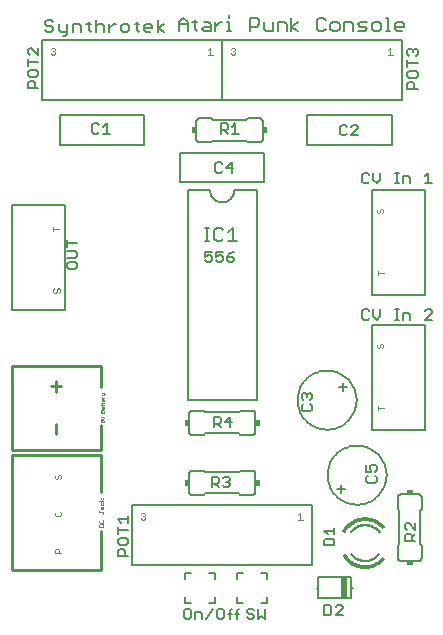
<source format=gto>
G75*
G70*
%OFA0B0*%
%FSLAX24Y24*%
%IPPOS*%
%LPD*%
%AMOC8*
5,1,8,0,0,1.08239X$1,22.5*
%
%ADD10C,0.0060*%
%ADD11C,0.0080*%
%ADD12C,0.0050*%
%ADD13C,0.0010*%
%ADD14R,0.0200X0.0150*%
%ADD15R,0.0150X0.0200*%
%ADD16C,0.0020*%
%ADD17C,0.0100*%
%ADD18C,0.0030*%
%ADD19R,0.0200X0.0700*%
D10*
X003961Y002488D02*
X003961Y002658D01*
X004018Y002715D01*
X004131Y002715D01*
X004188Y002658D01*
X004188Y002488D01*
X004301Y002488D02*
X003961Y002488D01*
X004018Y002856D02*
X003961Y002913D01*
X003961Y003027D01*
X004018Y003083D01*
X004245Y003083D01*
X004301Y003027D01*
X004301Y002913D01*
X004245Y002856D01*
X004018Y002856D01*
X003961Y003225D02*
X003961Y003452D01*
X003961Y003338D02*
X004301Y003338D01*
X004301Y003593D02*
X004301Y003820D01*
X004301Y003707D02*
X003961Y003707D01*
X004075Y003593D01*
X006181Y001931D02*
X006181Y001731D01*
X006181Y001931D02*
X006381Y001931D01*
X006981Y001931D02*
X007181Y001931D01*
X007181Y001731D01*
X007181Y001131D02*
X007181Y000931D01*
X006981Y000931D01*
X006381Y000931D02*
X006181Y000931D01*
X006181Y001131D01*
X007931Y001131D02*
X007931Y000931D01*
X008131Y000931D01*
X008731Y000931D02*
X008931Y000931D01*
X008931Y001131D01*
X008931Y001731D02*
X008931Y001931D01*
X008731Y001931D01*
X008131Y001931D02*
X007931Y001931D01*
X007931Y001731D01*
X008038Y004531D02*
X008438Y004531D01*
X008455Y004533D01*
X008472Y004537D01*
X008488Y004544D01*
X008502Y004554D01*
X008515Y004567D01*
X008525Y004581D01*
X008532Y004597D01*
X008536Y004614D01*
X008538Y004631D01*
X008538Y005231D01*
X008536Y005248D01*
X008532Y005265D01*
X008525Y005281D01*
X008515Y005295D01*
X008502Y005308D01*
X008488Y005318D01*
X008472Y005325D01*
X008455Y005329D01*
X008438Y005331D01*
X008038Y005331D01*
X007988Y005281D01*
X006875Y005281D01*
X006825Y005331D01*
X006425Y005331D01*
X006408Y005329D01*
X006391Y005325D01*
X006375Y005318D01*
X006361Y005308D01*
X006348Y005295D01*
X006338Y005281D01*
X006331Y005265D01*
X006327Y005248D01*
X006325Y005231D01*
X006325Y004631D01*
X006327Y004614D01*
X006331Y004597D01*
X006338Y004581D01*
X006348Y004567D01*
X006361Y004554D01*
X006375Y004544D01*
X006391Y004537D01*
X006408Y004533D01*
X006425Y004531D01*
X006825Y004531D01*
X006875Y004581D01*
X007988Y004581D01*
X008038Y004531D01*
X007682Y004843D02*
X007682Y004900D01*
X007625Y004957D01*
X007568Y004957D01*
X007625Y004957D02*
X007682Y005013D01*
X007682Y005070D01*
X007625Y005127D01*
X007511Y005127D01*
X007455Y005070D01*
X007313Y005070D02*
X007313Y004957D01*
X007257Y004900D01*
X007086Y004900D01*
X007086Y004786D02*
X007086Y005127D01*
X007257Y005127D01*
X007313Y005070D01*
X007200Y004900D02*
X007313Y004786D01*
X007455Y004843D02*
X007511Y004786D01*
X007625Y004786D01*
X007682Y004843D01*
X008038Y006531D02*
X008438Y006531D01*
X008455Y006533D01*
X008472Y006537D01*
X008488Y006544D01*
X008502Y006554D01*
X008515Y006567D01*
X008525Y006581D01*
X008532Y006597D01*
X008536Y006614D01*
X008538Y006631D01*
X008538Y007231D01*
X008536Y007248D01*
X008532Y007265D01*
X008525Y007281D01*
X008515Y007295D01*
X008502Y007308D01*
X008488Y007318D01*
X008472Y007325D01*
X008455Y007329D01*
X008438Y007331D01*
X008038Y007331D01*
X007988Y007281D01*
X006875Y007281D01*
X006825Y007331D01*
X006425Y007331D01*
X006408Y007329D01*
X006391Y007325D01*
X006375Y007318D01*
X006361Y007308D01*
X006348Y007295D01*
X006338Y007281D01*
X006331Y007265D01*
X006327Y007248D01*
X006325Y007231D01*
X006325Y006631D01*
X006327Y006614D01*
X006331Y006597D01*
X006338Y006581D01*
X006348Y006567D01*
X006361Y006554D01*
X006375Y006544D01*
X006391Y006537D01*
X006408Y006533D01*
X006425Y006531D01*
X006825Y006531D01*
X006875Y006581D01*
X007988Y006581D01*
X008038Y006531D01*
X007700Y006786D02*
X007700Y007127D01*
X007530Y006957D01*
X007757Y006957D01*
X007388Y006957D02*
X007332Y006900D01*
X007161Y006900D01*
X007161Y006786D02*
X007161Y007127D01*
X007332Y007127D01*
X007388Y007070D01*
X007388Y006957D01*
X007275Y006900D02*
X007388Y006786D01*
X006281Y007681D02*
X008581Y007681D01*
X008581Y014681D01*
X007831Y014681D01*
X007829Y014642D01*
X007823Y014603D01*
X007814Y014565D01*
X007801Y014528D01*
X007784Y014492D01*
X007764Y014459D01*
X007740Y014427D01*
X007714Y014398D01*
X007685Y014372D01*
X007653Y014348D01*
X007620Y014328D01*
X007584Y014311D01*
X007547Y014298D01*
X007509Y014289D01*
X007470Y014283D01*
X007431Y014281D01*
X007392Y014283D01*
X007353Y014289D01*
X007315Y014298D01*
X007278Y014311D01*
X007242Y014328D01*
X007209Y014348D01*
X007177Y014372D01*
X007148Y014398D01*
X007122Y014427D01*
X007098Y014459D01*
X007078Y014492D01*
X007061Y014528D01*
X007048Y014565D01*
X007039Y014603D01*
X007033Y014642D01*
X007031Y014681D01*
X006281Y014681D01*
X006281Y007681D01*
X002545Y012061D02*
X002601Y012118D01*
X002601Y012232D01*
X002545Y012288D01*
X002318Y012288D01*
X002261Y012232D01*
X002261Y012118D01*
X002318Y012061D01*
X002545Y012061D01*
X002545Y012430D02*
X002261Y012430D01*
X002261Y012657D02*
X002545Y012657D01*
X002601Y012600D01*
X002601Y012486D01*
X002545Y012430D01*
X002261Y012798D02*
X002261Y013025D01*
X002261Y012911D02*
X002601Y012911D01*
X002021Y016193D02*
X002021Y017170D01*
X004842Y017170D01*
X004842Y016193D01*
X002021Y016193D01*
X003100Y016618D02*
X003156Y016561D01*
X003270Y016561D01*
X003327Y016618D01*
X003468Y016561D02*
X003695Y016561D01*
X003582Y016561D02*
X003582Y016902D01*
X003468Y016788D01*
X003327Y016845D02*
X003270Y016902D01*
X003156Y016902D01*
X003100Y016845D01*
X003100Y016618D01*
X001301Y018088D02*
X000961Y018088D01*
X000961Y018258D01*
X001018Y018315D01*
X001131Y018315D01*
X001188Y018258D01*
X001188Y018088D01*
X001245Y018456D02*
X001018Y018456D01*
X000961Y018513D01*
X000961Y018627D01*
X001018Y018683D01*
X001245Y018683D01*
X001301Y018627D01*
X001301Y018513D01*
X001245Y018456D01*
X000961Y018825D02*
X000961Y019052D01*
X000961Y018938D02*
X001301Y018938D01*
X001301Y019193D02*
X001075Y019420D01*
X001018Y019420D01*
X000961Y019363D01*
X000961Y019250D01*
X001018Y019193D01*
X001301Y019193D02*
X001301Y019420D01*
X006021Y015920D02*
X006021Y014943D01*
X008842Y014943D01*
X008842Y015920D01*
X006021Y015920D01*
X006575Y016381D02*
X006575Y016981D01*
X006577Y016998D01*
X006581Y017015D01*
X006588Y017031D01*
X006598Y017045D01*
X006611Y017058D01*
X006625Y017068D01*
X006641Y017075D01*
X006658Y017079D01*
X006675Y017081D01*
X007075Y017081D01*
X007125Y017031D01*
X008238Y017031D01*
X008288Y017081D01*
X008688Y017081D01*
X008705Y017079D01*
X008722Y017075D01*
X008738Y017068D01*
X008752Y017058D01*
X008765Y017045D01*
X008775Y017031D01*
X008782Y017015D01*
X008786Y016998D01*
X008788Y016981D01*
X008788Y016381D01*
X008786Y016364D01*
X008782Y016347D01*
X008775Y016331D01*
X008765Y016317D01*
X008752Y016304D01*
X008738Y016294D01*
X008722Y016287D01*
X008705Y016283D01*
X008688Y016281D01*
X008288Y016281D01*
X008238Y016331D01*
X007125Y016331D01*
X007075Y016281D01*
X006675Y016281D01*
X006658Y016283D01*
X006641Y016287D01*
X006625Y016294D01*
X006611Y016304D01*
X006598Y016317D01*
X006588Y016331D01*
X006581Y016347D01*
X006577Y016364D01*
X006575Y016381D01*
X007386Y016561D02*
X007386Y016902D01*
X007557Y016902D01*
X007613Y016845D01*
X007613Y016732D01*
X007557Y016675D01*
X007386Y016675D01*
X007500Y016675D02*
X007613Y016561D01*
X007755Y016561D02*
X007982Y016561D01*
X007868Y016561D02*
X007868Y016902D01*
X007755Y016788D01*
X010271Y017170D02*
X010271Y016193D01*
X013092Y016193D01*
X013092Y017170D01*
X010271Y017170D01*
X011361Y016795D02*
X011361Y016568D01*
X011418Y016511D01*
X011532Y016511D01*
X011588Y016568D01*
X011730Y016511D02*
X011957Y016738D01*
X011957Y016795D01*
X011900Y016852D01*
X011786Y016852D01*
X011730Y016795D01*
X011588Y016795D02*
X011532Y016852D01*
X011418Y016852D01*
X011361Y016795D01*
X011730Y016511D02*
X011957Y016511D01*
X013611Y018061D02*
X013611Y018232D01*
X013668Y018288D01*
X013781Y018288D01*
X013838Y018232D01*
X013838Y018061D01*
X013951Y018061D02*
X013611Y018061D01*
X013668Y018430D02*
X013895Y018430D01*
X013951Y018486D01*
X013951Y018600D01*
X013895Y018657D01*
X013668Y018657D01*
X013611Y018600D01*
X013611Y018486D01*
X013668Y018430D01*
X013611Y018798D02*
X013611Y019025D01*
X013611Y018911D02*
X013951Y018911D01*
X013895Y019166D02*
X013951Y019223D01*
X013951Y019336D01*
X013895Y019393D01*
X013838Y019393D01*
X013781Y019336D01*
X013781Y019280D01*
X013781Y019336D02*
X013725Y019393D01*
X013668Y019393D01*
X013611Y019336D01*
X013611Y019223D01*
X013668Y019166D01*
X011471Y008261D02*
X011471Y008001D01*
X011591Y008131D02*
X011341Y008131D01*
X009947Y007681D02*
X009949Y007743D01*
X009955Y007806D01*
X009965Y007867D01*
X009979Y007928D01*
X009996Y007988D01*
X010017Y008047D01*
X010043Y008104D01*
X010071Y008159D01*
X010103Y008213D01*
X010139Y008264D01*
X010177Y008314D01*
X010219Y008360D01*
X010263Y008404D01*
X010311Y008445D01*
X010360Y008483D01*
X010412Y008517D01*
X010466Y008548D01*
X010522Y008576D01*
X010580Y008600D01*
X010639Y008621D01*
X010699Y008637D01*
X010760Y008650D01*
X010822Y008659D01*
X010884Y008664D01*
X010947Y008665D01*
X011009Y008662D01*
X011071Y008655D01*
X011133Y008644D01*
X011193Y008629D01*
X011253Y008611D01*
X011311Y008589D01*
X011368Y008563D01*
X011423Y008533D01*
X011476Y008500D01*
X011527Y008464D01*
X011575Y008425D01*
X011621Y008382D01*
X011664Y008337D01*
X011704Y008289D01*
X011741Y008239D01*
X011775Y008186D01*
X011806Y008132D01*
X011832Y008076D01*
X011856Y008018D01*
X011875Y007958D01*
X011891Y007898D01*
X011903Y007836D01*
X011911Y007775D01*
X011915Y007712D01*
X011915Y007650D01*
X011911Y007587D01*
X011903Y007526D01*
X011891Y007464D01*
X011875Y007404D01*
X011856Y007344D01*
X011832Y007286D01*
X011806Y007230D01*
X011775Y007176D01*
X011741Y007123D01*
X011704Y007073D01*
X011664Y007025D01*
X011621Y006980D01*
X011575Y006937D01*
X011527Y006898D01*
X011476Y006862D01*
X011423Y006829D01*
X011368Y006799D01*
X011311Y006773D01*
X011253Y006751D01*
X011193Y006733D01*
X011133Y006718D01*
X011071Y006707D01*
X011009Y006700D01*
X010947Y006697D01*
X010884Y006698D01*
X010822Y006703D01*
X010760Y006712D01*
X010699Y006725D01*
X010639Y006741D01*
X010580Y006762D01*
X010522Y006786D01*
X010466Y006814D01*
X010412Y006845D01*
X010360Y006879D01*
X010311Y006917D01*
X010263Y006958D01*
X010219Y007002D01*
X010177Y007048D01*
X010139Y007098D01*
X010103Y007149D01*
X010071Y007203D01*
X010043Y007258D01*
X010017Y007315D01*
X009996Y007374D01*
X009979Y007434D01*
X009965Y007495D01*
X009955Y007556D01*
X009949Y007619D01*
X009947Y007681D01*
X010086Y007736D02*
X010086Y007850D01*
X010143Y007907D01*
X010200Y007907D01*
X010256Y007850D01*
X010313Y007907D01*
X010370Y007907D01*
X010426Y007850D01*
X010426Y007736D01*
X010370Y007680D01*
X010370Y007538D02*
X010426Y007482D01*
X010426Y007368D01*
X010370Y007311D01*
X010143Y007311D01*
X010086Y007368D01*
X010086Y007482D01*
X010143Y007538D01*
X010143Y007680D02*
X010086Y007736D01*
X010256Y007793D02*
X010256Y007850D01*
X010947Y005181D02*
X010949Y005243D01*
X010955Y005306D01*
X010965Y005367D01*
X010979Y005428D01*
X010996Y005488D01*
X011017Y005547D01*
X011043Y005604D01*
X011071Y005659D01*
X011103Y005713D01*
X011139Y005764D01*
X011177Y005814D01*
X011219Y005860D01*
X011263Y005904D01*
X011311Y005945D01*
X011360Y005983D01*
X011412Y006017D01*
X011466Y006048D01*
X011522Y006076D01*
X011580Y006100D01*
X011639Y006121D01*
X011699Y006137D01*
X011760Y006150D01*
X011822Y006159D01*
X011884Y006164D01*
X011947Y006165D01*
X012009Y006162D01*
X012071Y006155D01*
X012133Y006144D01*
X012193Y006129D01*
X012253Y006111D01*
X012311Y006089D01*
X012368Y006063D01*
X012423Y006033D01*
X012476Y006000D01*
X012527Y005964D01*
X012575Y005925D01*
X012621Y005882D01*
X012664Y005837D01*
X012704Y005789D01*
X012741Y005739D01*
X012775Y005686D01*
X012806Y005632D01*
X012832Y005576D01*
X012856Y005518D01*
X012875Y005458D01*
X012891Y005398D01*
X012903Y005336D01*
X012911Y005275D01*
X012915Y005212D01*
X012915Y005150D01*
X012911Y005087D01*
X012903Y005026D01*
X012891Y004964D01*
X012875Y004904D01*
X012856Y004844D01*
X012832Y004786D01*
X012806Y004730D01*
X012775Y004676D01*
X012741Y004623D01*
X012704Y004573D01*
X012664Y004525D01*
X012621Y004480D01*
X012575Y004437D01*
X012527Y004398D01*
X012476Y004362D01*
X012423Y004329D01*
X012368Y004299D01*
X012311Y004273D01*
X012253Y004251D01*
X012193Y004233D01*
X012133Y004218D01*
X012071Y004207D01*
X012009Y004200D01*
X011947Y004197D01*
X011884Y004198D01*
X011822Y004203D01*
X011760Y004212D01*
X011699Y004225D01*
X011639Y004241D01*
X011580Y004262D01*
X011522Y004286D01*
X011466Y004314D01*
X011412Y004345D01*
X011360Y004379D01*
X011311Y004417D01*
X011263Y004458D01*
X011219Y004502D01*
X011177Y004548D01*
X011139Y004598D01*
X011103Y004649D01*
X011071Y004703D01*
X011043Y004758D01*
X011017Y004815D01*
X010996Y004874D01*
X010979Y004934D01*
X010965Y004995D01*
X010955Y005056D01*
X010949Y005119D01*
X010947Y005181D01*
X011271Y004731D02*
X011521Y004731D01*
X011391Y004861D02*
X011391Y004601D01*
X011176Y003432D02*
X011176Y003205D01*
X011176Y003318D02*
X010836Y003318D01*
X010950Y003205D01*
X010893Y003063D02*
X010836Y003007D01*
X010836Y002836D01*
X011176Y002836D01*
X011176Y003007D01*
X011120Y003063D01*
X010893Y003063D01*
X010631Y001781D02*
X010631Y001431D01*
X010631Y001081D01*
X011731Y001081D01*
X011731Y001431D01*
X011731Y001781D01*
X010631Y001781D01*
X010631Y001431D02*
X010581Y001431D01*
X011731Y001431D02*
X011781Y001431D01*
X013281Y002425D02*
X013281Y002825D01*
X013331Y002875D01*
X013331Y003988D01*
X013281Y004038D01*
X013281Y004438D01*
X013283Y004455D01*
X013287Y004472D01*
X013294Y004488D01*
X013304Y004502D01*
X013317Y004515D01*
X013331Y004525D01*
X013347Y004532D01*
X013364Y004536D01*
X013381Y004538D01*
X013981Y004538D01*
X013998Y004536D01*
X014015Y004532D01*
X014031Y004525D01*
X014045Y004515D01*
X014058Y004502D01*
X014068Y004488D01*
X014075Y004472D01*
X014079Y004455D01*
X014081Y004438D01*
X014081Y004038D01*
X014031Y003988D01*
X014031Y002875D01*
X014081Y002825D01*
X014081Y002425D01*
X014079Y002408D01*
X014075Y002391D01*
X014068Y002375D01*
X014058Y002361D01*
X014045Y002348D01*
X014031Y002338D01*
X014015Y002331D01*
X013998Y002327D01*
X013981Y002325D01*
X013381Y002325D01*
X013364Y002327D01*
X013347Y002331D01*
X013331Y002338D01*
X013317Y002348D01*
X013304Y002361D01*
X013294Y002375D01*
X013287Y002391D01*
X013283Y002408D01*
X013281Y002425D01*
X013536Y003000D02*
X013536Y003170D01*
X013593Y003227D01*
X013706Y003227D01*
X013763Y003170D01*
X013763Y003000D01*
X013763Y003113D02*
X013876Y003227D01*
X013876Y003368D02*
X013650Y003595D01*
X013593Y003595D01*
X013536Y003538D01*
X013536Y003425D01*
X013593Y003368D01*
X013876Y003368D02*
X013876Y003595D01*
X013876Y003000D02*
X013536Y003000D01*
D11*
X007919Y012996D02*
X007639Y012996D01*
X007779Y012996D02*
X007779Y013417D01*
X007639Y013277D01*
X007459Y013347D02*
X007388Y013417D01*
X007248Y013417D01*
X007178Y013347D01*
X007178Y013066D01*
X007248Y012996D01*
X007388Y012996D01*
X007459Y013066D01*
X007012Y012996D02*
X006871Y012996D01*
X006941Y012996D02*
X006941Y013417D01*
X006871Y013417D02*
X007012Y013417D01*
X002198Y019806D02*
X002128Y019806D01*
X002198Y019806D02*
X002269Y019876D01*
X002269Y020227D01*
X002449Y020227D02*
X002449Y019946D01*
X002269Y019946D02*
X002058Y019946D01*
X001988Y020016D01*
X001988Y020227D01*
X001808Y020297D02*
X001738Y020367D01*
X001598Y020367D01*
X001528Y020297D01*
X001528Y020227D01*
X001598Y020157D01*
X001738Y020157D01*
X001808Y020087D01*
X001808Y020016D01*
X001738Y019946D01*
X001598Y019946D01*
X001528Y020016D01*
X002449Y020227D02*
X002659Y020227D01*
X002729Y020157D01*
X002729Y019946D01*
X002979Y020016D02*
X003049Y019946D01*
X002979Y020016D02*
X002979Y020297D01*
X002909Y020227D02*
X003049Y020227D01*
X003216Y020157D02*
X003286Y020227D01*
X003426Y020227D01*
X003496Y020157D01*
X003496Y019946D01*
X003216Y019946D02*
X003216Y020367D01*
X003676Y020227D02*
X003676Y019946D01*
X003676Y020087D02*
X003816Y020227D01*
X003886Y020227D01*
X004060Y020157D02*
X004060Y020016D01*
X004130Y019946D01*
X004270Y019946D01*
X004340Y020016D01*
X004340Y020157D01*
X004270Y020227D01*
X004130Y020227D01*
X004060Y020157D01*
X004520Y020227D02*
X004660Y020227D01*
X004590Y020297D02*
X004590Y020016D01*
X004660Y019946D01*
X004827Y020016D02*
X004827Y020157D01*
X004897Y020227D01*
X005037Y020227D01*
X005107Y020157D01*
X005107Y020087D01*
X004827Y020087D01*
X004827Y020016D02*
X004897Y019946D01*
X005037Y019946D01*
X005287Y019946D02*
X005287Y020367D01*
X005498Y020227D02*
X005287Y020087D01*
X005498Y019946D01*
D12*
X005981Y019981D02*
X005981Y020282D01*
X006132Y020432D01*
X006282Y020282D01*
X006282Y019981D01*
X006282Y020207D02*
X005981Y020207D01*
X006442Y020282D02*
X006592Y020282D01*
X006517Y020357D02*
X006517Y020056D01*
X006592Y019981D01*
X006749Y020056D02*
X006824Y020132D01*
X007049Y020132D01*
X007049Y020207D02*
X007049Y019981D01*
X006824Y019981D01*
X006749Y020056D01*
X006824Y020282D02*
X006974Y020282D01*
X007049Y020207D01*
X007209Y020282D02*
X007209Y019981D01*
X007209Y020132D02*
X007359Y020282D01*
X007434Y020282D01*
X007593Y020282D02*
X007668Y020282D01*
X007668Y019981D01*
X007593Y019981D02*
X007743Y019981D01*
X007431Y019681D02*
X007431Y017681D01*
X013431Y017681D01*
X013431Y019681D01*
X007431Y019681D01*
X007431Y017681D01*
X001431Y017681D01*
X001431Y019681D01*
X007431Y019681D01*
X007668Y020432D02*
X007668Y020507D01*
X008360Y020432D02*
X008360Y019981D01*
X008360Y020132D02*
X008585Y020132D01*
X008660Y020207D01*
X008660Y020357D01*
X008585Y020432D01*
X008360Y020432D01*
X008820Y020282D02*
X008820Y020056D01*
X008895Y019981D01*
X009120Y019981D01*
X009120Y020282D01*
X009281Y020282D02*
X009506Y020282D01*
X009581Y020207D01*
X009581Y019981D01*
X009741Y019981D02*
X009741Y020432D01*
X009966Y020282D02*
X009741Y020132D01*
X009966Y019981D01*
X010585Y020056D02*
X010660Y019981D01*
X010810Y019981D01*
X010885Y020056D01*
X011045Y020056D02*
X011045Y020207D01*
X011120Y020282D01*
X011270Y020282D01*
X011346Y020207D01*
X011346Y020056D01*
X011270Y019981D01*
X011120Y019981D01*
X011045Y020056D01*
X010885Y020357D02*
X010810Y020432D01*
X010660Y020432D01*
X010585Y020357D01*
X010585Y020056D01*
X011506Y019981D02*
X011506Y020282D01*
X011731Y020282D01*
X011806Y020207D01*
X011806Y019981D01*
X011966Y019981D02*
X012191Y019981D01*
X012266Y020056D01*
X012191Y020132D01*
X012041Y020132D01*
X011966Y020207D01*
X012041Y020282D01*
X012266Y020282D01*
X012426Y020207D02*
X012426Y020056D01*
X012501Y019981D01*
X012651Y019981D01*
X012727Y020056D01*
X012727Y020207D01*
X012651Y020282D01*
X012501Y020282D01*
X012426Y020207D01*
X012887Y020432D02*
X012962Y020432D01*
X012962Y019981D01*
X012887Y019981D02*
X013037Y019981D01*
X013194Y020056D02*
X013194Y020207D01*
X013269Y020282D01*
X013419Y020282D01*
X013494Y020207D01*
X013494Y020132D01*
X013194Y020132D01*
X013194Y020056D02*
X013269Y019981D01*
X013419Y019981D01*
X013328Y015257D02*
X013211Y015257D01*
X013270Y015257D02*
X013270Y014906D01*
X013328Y014906D02*
X013211Y014906D01*
X013457Y014906D02*
X013457Y015140D01*
X013632Y015140D01*
X013690Y015082D01*
X013690Y014906D01*
X014193Y014906D02*
X014427Y014906D01*
X014310Y014906D02*
X014310Y015257D01*
X014193Y015140D01*
X014181Y014681D02*
X014181Y011181D01*
X012431Y011181D01*
X012431Y014681D01*
X014181Y014681D01*
X012708Y015023D02*
X012708Y015257D01*
X012475Y015257D02*
X012475Y015023D01*
X012591Y014906D01*
X012708Y015023D01*
X012340Y014965D02*
X012282Y014906D01*
X012165Y014906D01*
X012106Y014965D01*
X012106Y015198D01*
X012165Y015257D01*
X012282Y015257D01*
X012340Y015198D01*
X012282Y010707D02*
X012165Y010707D01*
X012106Y010648D01*
X012106Y010415D01*
X012165Y010356D01*
X012282Y010356D01*
X012340Y010415D01*
X012475Y010473D02*
X012475Y010707D01*
X012340Y010648D02*
X012282Y010707D01*
X012475Y010473D02*
X012591Y010356D01*
X012708Y010473D01*
X012708Y010707D01*
X012431Y010181D02*
X014181Y010181D01*
X014181Y006681D01*
X012431Y006681D01*
X012431Y010181D01*
X013211Y010356D02*
X013328Y010356D01*
X013270Y010356D02*
X013270Y010707D01*
X013328Y010707D02*
X013211Y010707D01*
X013457Y010590D02*
X013457Y010356D01*
X013690Y010356D02*
X013690Y010532D01*
X013632Y010590D01*
X013457Y010590D01*
X014193Y010648D02*
X014252Y010707D01*
X014369Y010707D01*
X014427Y010648D01*
X014427Y010590D01*
X014193Y010356D01*
X014427Y010356D01*
X012523Y005533D02*
X012406Y005533D01*
X012348Y005475D01*
X012348Y005416D01*
X012406Y005300D01*
X012231Y005300D01*
X012231Y005533D01*
X012523Y005533D02*
X012581Y005475D01*
X012581Y005358D01*
X012523Y005300D01*
X012523Y005165D02*
X012581Y005107D01*
X012581Y004990D01*
X012523Y004931D01*
X012290Y004931D01*
X012231Y004990D01*
X012231Y005107D01*
X012290Y005165D01*
X010431Y004181D02*
X010431Y002181D01*
X004431Y002181D01*
X004431Y004181D01*
X010431Y004181D01*
X010845Y000857D02*
X011020Y000857D01*
X011078Y000798D01*
X011078Y000565D01*
X011020Y000506D01*
X010845Y000506D01*
X010845Y000857D01*
X011213Y000798D02*
X011271Y000857D01*
X011388Y000857D01*
X011447Y000798D01*
X011447Y000740D01*
X011213Y000506D01*
X011447Y000506D01*
X008858Y000381D02*
X008858Y000732D01*
X008741Y000498D02*
X008858Y000381D01*
X008741Y000498D02*
X008625Y000381D01*
X008625Y000732D01*
X008490Y000673D02*
X008432Y000732D01*
X008315Y000732D01*
X008256Y000673D01*
X008256Y000615D01*
X008315Y000557D01*
X008432Y000557D01*
X008490Y000498D01*
X008490Y000440D01*
X008432Y000381D01*
X008315Y000381D01*
X008256Y000440D01*
X007992Y000557D02*
X007875Y000557D01*
X007746Y000557D02*
X007630Y000557D01*
X007688Y000673D02*
X007688Y000381D01*
X007934Y000381D02*
X007934Y000673D01*
X007992Y000732D01*
X007746Y000732D02*
X007688Y000673D01*
X007495Y000673D02*
X007495Y000440D01*
X007436Y000381D01*
X007320Y000381D01*
X007261Y000440D01*
X007261Y000673D01*
X007320Y000732D01*
X007436Y000732D01*
X007495Y000673D01*
X007127Y000732D02*
X006893Y000381D01*
X006758Y000381D02*
X006758Y000557D01*
X006700Y000615D01*
X006525Y000615D01*
X006525Y000381D01*
X006390Y000440D02*
X006390Y000673D01*
X006332Y000732D01*
X006215Y000732D01*
X006156Y000673D01*
X006156Y000440D01*
X006215Y000381D01*
X006332Y000381D01*
X006390Y000440D01*
X002181Y010681D02*
X000431Y010681D01*
X000431Y014181D01*
X002181Y014181D01*
X002181Y010681D01*
X006856Y012340D02*
X006915Y012281D01*
X007032Y012281D01*
X007090Y012340D01*
X007090Y012457D01*
X007032Y012515D01*
X006973Y012515D01*
X006856Y012457D01*
X006856Y012632D01*
X007090Y012632D01*
X007225Y012632D02*
X007225Y012457D01*
X007341Y012515D01*
X007400Y012515D01*
X007458Y012457D01*
X007458Y012340D01*
X007400Y012281D01*
X007283Y012281D01*
X007225Y012340D01*
X007225Y012632D02*
X007458Y012632D01*
X007593Y012457D02*
X007768Y012457D01*
X007827Y012398D01*
X007827Y012340D01*
X007768Y012281D01*
X007651Y012281D01*
X007593Y012340D01*
X007593Y012457D01*
X007710Y012573D01*
X007827Y012632D01*
X007750Y015256D02*
X007750Y015607D01*
X007575Y015432D01*
X007808Y015432D01*
X007440Y015548D02*
X007382Y015607D01*
X007265Y015607D01*
X007206Y015548D01*
X007206Y015315D01*
X007265Y015256D01*
X007382Y015256D01*
X007440Y015315D01*
X009281Y019981D02*
X009281Y020282D01*
D13*
X003508Y007911D02*
X003527Y007892D01*
X003527Y007874D01*
X003508Y007911D02*
X003417Y007911D01*
X003490Y007911D02*
X003490Y007856D01*
X003472Y007837D01*
X003417Y007837D01*
X003417Y007800D02*
X003417Y007782D01*
X003453Y007745D01*
X003417Y007745D02*
X003490Y007745D01*
X003453Y007708D02*
X003453Y007635D01*
X003435Y007635D02*
X003417Y007653D01*
X003417Y007690D01*
X003435Y007708D01*
X003453Y007708D01*
X003490Y007690D02*
X003490Y007653D01*
X003472Y007635D01*
X003435Y007635D01*
X003417Y007598D02*
X003417Y007561D01*
X003398Y007579D02*
X003472Y007579D01*
X003490Y007598D01*
X003490Y007524D02*
X003472Y007506D01*
X003398Y007506D01*
X003417Y007487D02*
X003417Y007524D01*
X003435Y007450D02*
X003490Y007450D01*
X003490Y007395D01*
X003472Y007377D01*
X003453Y007395D01*
X003453Y007450D01*
X003435Y007450D02*
X003417Y007432D01*
X003417Y007395D01*
X003417Y007340D02*
X003435Y007322D01*
X003435Y007267D01*
X003435Y007322D02*
X003453Y007340D01*
X003472Y007340D01*
X003490Y007322D01*
X003490Y007267D01*
X003380Y007267D01*
X003380Y007322D01*
X003398Y007340D01*
X003417Y007340D01*
X003453Y007119D02*
X003380Y007119D01*
X003453Y007119D02*
X003490Y007082D01*
X003453Y007046D01*
X003380Y007046D01*
X003398Y007009D02*
X003380Y006990D01*
X003380Y006953D01*
X003398Y006935D01*
X003417Y006935D01*
X003435Y006953D01*
X003435Y007009D01*
X003472Y007009D02*
X003398Y007009D01*
X003472Y007009D02*
X003490Y006990D01*
X003490Y006953D01*
X003472Y006935D01*
X011450Y002508D02*
X011528Y002553D01*
X011528Y002552D02*
X011556Y002508D01*
X011587Y002466D01*
X011620Y002426D01*
X011656Y002388D01*
X011695Y002353D01*
X011736Y002321D01*
X011780Y002291D01*
X011825Y002265D01*
X011872Y002242D01*
X011920Y002222D01*
X011970Y002206D01*
X012020Y002193D01*
X012072Y002184D01*
X012124Y002178D01*
X012176Y002176D01*
X012177Y002087D01*
X012176Y002086D01*
X012121Y002088D01*
X012067Y002094D01*
X012012Y002103D01*
X011959Y002116D01*
X011907Y002132D01*
X011855Y002151D01*
X011805Y002174D01*
X011757Y002200D01*
X011710Y002229D01*
X011666Y002261D01*
X011623Y002296D01*
X011583Y002334D01*
X011546Y002374D01*
X011511Y002416D01*
X011479Y002461D01*
X011450Y002507D01*
X011458Y002512D01*
X011486Y002466D01*
X011518Y002422D01*
X011553Y002380D01*
X011590Y002340D01*
X011629Y002303D01*
X011671Y002268D01*
X011715Y002237D01*
X011761Y002208D01*
X011809Y002182D01*
X011859Y002160D01*
X011909Y002140D01*
X011961Y002124D01*
X012014Y002112D01*
X012068Y002103D01*
X012122Y002097D01*
X012176Y002095D01*
X012176Y002104D01*
X012122Y002106D01*
X012069Y002112D01*
X012016Y002121D01*
X011964Y002133D01*
X011912Y002149D01*
X011862Y002168D01*
X011813Y002190D01*
X011766Y002216D01*
X011720Y002244D01*
X011677Y002276D01*
X011635Y002310D01*
X011596Y002346D01*
X011559Y002386D01*
X011525Y002427D01*
X011494Y002471D01*
X011465Y002516D01*
X011473Y002521D01*
X011503Y002473D01*
X011537Y002427D01*
X011573Y002384D01*
X011613Y002343D01*
X011655Y002305D01*
X011699Y002270D01*
X011746Y002238D01*
X011795Y002210D01*
X011846Y002185D01*
X011899Y002163D01*
X011952Y002146D01*
X012007Y002132D01*
X012063Y002122D01*
X012119Y002115D01*
X012176Y002113D01*
X012176Y002122D01*
X012120Y002124D01*
X012064Y002130D01*
X012009Y002140D01*
X011955Y002154D01*
X011902Y002172D01*
X011850Y002193D01*
X011799Y002218D01*
X011751Y002246D01*
X011705Y002277D01*
X011660Y002312D01*
X011619Y002349D01*
X011580Y002390D01*
X011544Y002432D01*
X011511Y002478D01*
X011481Y002525D01*
X011489Y002530D01*
X011518Y002483D01*
X011551Y002438D01*
X011587Y002396D01*
X011625Y002356D01*
X011666Y002319D01*
X011710Y002284D01*
X011756Y002253D01*
X011804Y002226D01*
X011853Y002201D01*
X011905Y002180D01*
X011957Y002163D01*
X012011Y002149D01*
X012066Y002139D01*
X012121Y002133D01*
X012176Y002131D01*
X012176Y002140D01*
X012121Y002142D01*
X012067Y002148D01*
X012013Y002158D01*
X011960Y002172D01*
X011908Y002189D01*
X011857Y002209D01*
X011808Y002234D01*
X011761Y002261D01*
X011715Y002292D01*
X011672Y002325D01*
X011631Y002362D01*
X011593Y002402D01*
X011558Y002444D01*
X011526Y002488D01*
X011497Y002534D01*
X011505Y002539D01*
X011533Y002493D01*
X011565Y002449D01*
X011600Y002408D01*
X011638Y002369D01*
X011678Y002332D01*
X011720Y002299D01*
X011765Y002269D01*
X011812Y002241D01*
X011861Y002218D01*
X011911Y002197D01*
X011962Y002180D01*
X012015Y002167D01*
X012068Y002157D01*
X012122Y002151D01*
X012176Y002149D01*
X012176Y002158D01*
X012123Y002160D01*
X012069Y002166D01*
X012017Y002176D01*
X011965Y002189D01*
X011914Y002206D01*
X011864Y002226D01*
X011816Y002249D01*
X011770Y002276D01*
X011726Y002306D01*
X011684Y002339D01*
X011644Y002375D01*
X011607Y002414D01*
X011572Y002455D01*
X011541Y002498D01*
X011512Y002543D01*
X011520Y002548D01*
X011548Y002503D01*
X011579Y002460D01*
X011613Y002420D01*
X011650Y002382D01*
X011689Y002346D01*
X011731Y002314D01*
X011775Y002284D01*
X011821Y002257D01*
X011868Y002234D01*
X011917Y002214D01*
X011967Y002197D01*
X012019Y002184D01*
X012071Y002175D01*
X012123Y002169D01*
X012176Y002167D01*
X012185Y002087D02*
X012185Y002177D01*
X012186Y002176D02*
X012240Y002178D01*
X012293Y002184D01*
X012346Y002194D01*
X012398Y002208D01*
X012449Y002225D01*
X012499Y002246D01*
X012547Y002270D01*
X012593Y002298D01*
X012637Y002329D01*
X012678Y002363D01*
X012718Y002400D01*
X012754Y002439D01*
X012822Y002382D01*
X012823Y002381D01*
X012785Y002340D01*
X012745Y002302D01*
X012702Y002266D01*
X012657Y002233D01*
X012610Y002203D01*
X012562Y002177D01*
X012511Y002153D01*
X012459Y002133D01*
X012406Y002117D01*
X012352Y002103D01*
X012297Y002094D01*
X012242Y002088D01*
X012186Y002086D01*
X012186Y002095D01*
X012241Y002097D01*
X012296Y002103D01*
X012350Y002112D01*
X012404Y002125D01*
X012456Y002142D01*
X012508Y002161D01*
X012558Y002185D01*
X012606Y002211D01*
X012652Y002241D01*
X012697Y002273D01*
X012739Y002308D01*
X012779Y002347D01*
X012816Y002387D01*
X012809Y002393D01*
X012772Y002353D01*
X012733Y002315D01*
X012691Y002280D01*
X012647Y002248D01*
X012601Y002219D01*
X012553Y002193D01*
X012504Y002170D01*
X012453Y002150D01*
X012401Y002134D01*
X012348Y002121D01*
X012295Y002112D01*
X012240Y002106D01*
X012186Y002104D01*
X012186Y002113D01*
X012240Y002115D01*
X012293Y002121D01*
X012346Y002130D01*
X012399Y002143D01*
X012450Y002159D01*
X012501Y002178D01*
X012549Y002201D01*
X012597Y002226D01*
X012642Y002255D01*
X012686Y002287D01*
X012727Y002322D01*
X012766Y002359D01*
X012802Y002399D01*
X012795Y002405D01*
X012759Y002365D01*
X012721Y002328D01*
X012680Y002294D01*
X012637Y002263D01*
X012592Y002234D01*
X012545Y002209D01*
X012497Y002186D01*
X012447Y002167D01*
X012396Y002151D01*
X012345Y002139D01*
X012292Y002130D01*
X012239Y002124D01*
X012186Y002122D01*
X012186Y002131D01*
X012239Y002133D01*
X012291Y002139D01*
X012343Y002148D01*
X012394Y002160D01*
X012444Y002176D01*
X012494Y002195D01*
X012541Y002217D01*
X012588Y002242D01*
X012632Y002270D01*
X012674Y002301D01*
X012715Y002335D01*
X012753Y002372D01*
X012788Y002410D01*
X012782Y002416D01*
X012746Y002378D01*
X012709Y002342D01*
X012669Y002308D01*
X012627Y002278D01*
X012583Y002250D01*
X012537Y002225D01*
X012490Y002203D01*
X012441Y002184D01*
X012392Y002169D01*
X012341Y002156D01*
X012290Y002148D01*
X012238Y002142D01*
X012186Y002140D01*
X012186Y002149D01*
X012242Y002151D01*
X012297Y002158D01*
X012352Y002168D01*
X012406Y002182D01*
X012459Y002200D01*
X012510Y002222D01*
X012560Y002247D01*
X012608Y002276D01*
X012653Y002308D01*
X012696Y002343D01*
X012737Y002381D01*
X012775Y002422D01*
X012768Y002428D01*
X012731Y002387D01*
X012690Y002350D01*
X012648Y002315D01*
X012603Y002283D01*
X012555Y002255D01*
X012506Y002230D01*
X012455Y002208D01*
X012403Y002191D01*
X012350Y002177D01*
X012296Y002167D01*
X012241Y002160D01*
X012186Y002158D01*
X012186Y002167D01*
X012240Y002169D01*
X012295Y002175D01*
X012348Y002185D01*
X012401Y002199D01*
X012452Y002217D01*
X012502Y002238D01*
X012551Y002263D01*
X012598Y002291D01*
X012642Y002322D01*
X012684Y002356D01*
X012724Y002394D01*
X012761Y002434D01*
X012176Y003775D02*
X012176Y003685D01*
X012176Y003686D02*
X012122Y003684D01*
X012069Y003678D01*
X012016Y003668D01*
X011964Y003654D01*
X011913Y003637D01*
X011864Y003616D01*
X011816Y003592D01*
X011770Y003564D01*
X011726Y003533D01*
X011684Y003499D01*
X011645Y003463D01*
X011608Y003423D01*
X011575Y003381D01*
X011544Y003337D01*
X011517Y003291D01*
X011438Y003333D01*
X011466Y003382D01*
X011498Y003428D01*
X011533Y003473D01*
X011570Y003515D01*
X011611Y003554D01*
X011654Y003591D01*
X011699Y003625D01*
X011746Y003656D01*
X011796Y003683D01*
X011847Y003707D01*
X011899Y003728D01*
X011953Y003745D01*
X012008Y003758D01*
X012063Y003768D01*
X012120Y003774D01*
X012176Y003776D01*
X012176Y003767D01*
X012120Y003765D01*
X012065Y003759D01*
X012010Y003749D01*
X011955Y003736D01*
X011902Y003719D01*
X011850Y003699D01*
X011800Y003675D01*
X011751Y003648D01*
X011704Y003618D01*
X011659Y003584D01*
X011617Y003548D01*
X011577Y003509D01*
X011540Y003467D01*
X011505Y003423D01*
X011474Y003377D01*
X011446Y003329D01*
X011454Y003325D01*
X011482Y003372D01*
X011513Y003418D01*
X011547Y003461D01*
X011583Y003503D01*
X011623Y003541D01*
X011665Y003577D01*
X011709Y003610D01*
X011755Y003640D01*
X011804Y003667D01*
X011854Y003690D01*
X011905Y003711D01*
X011958Y003727D01*
X012011Y003740D01*
X012066Y003750D01*
X012121Y003756D01*
X012176Y003758D01*
X012176Y003749D01*
X012121Y003747D01*
X012067Y003741D01*
X012013Y003732D01*
X011960Y003719D01*
X011908Y003702D01*
X011857Y003682D01*
X011808Y003659D01*
X011760Y003632D01*
X011714Y003603D01*
X011670Y003570D01*
X011629Y003535D01*
X011590Y003496D01*
X011553Y003456D01*
X011520Y003413D01*
X011489Y003367D01*
X011462Y003320D01*
X011470Y003316D01*
X011497Y003363D01*
X011527Y003407D01*
X011560Y003450D01*
X011596Y003490D01*
X011635Y003528D01*
X011676Y003563D01*
X011719Y003595D01*
X011765Y003625D01*
X011812Y003651D01*
X011861Y003674D01*
X011911Y003694D01*
X011963Y003710D01*
X012015Y003723D01*
X012068Y003732D01*
X012122Y003738D01*
X012176Y003740D01*
X012176Y003731D01*
X012123Y003729D01*
X012069Y003723D01*
X012017Y003714D01*
X011965Y003701D01*
X011914Y003685D01*
X011864Y003666D01*
X011816Y003643D01*
X011769Y003617D01*
X011725Y003588D01*
X011682Y003556D01*
X011641Y003521D01*
X011603Y003484D01*
X011567Y003444D01*
X011534Y003402D01*
X011504Y003358D01*
X011477Y003312D01*
X011485Y003308D01*
X011512Y003353D01*
X011542Y003397D01*
X011574Y003438D01*
X011609Y003478D01*
X011647Y003515D01*
X011687Y003549D01*
X011730Y003581D01*
X011774Y003609D01*
X011820Y003635D01*
X011868Y003657D01*
X011917Y003677D01*
X011967Y003693D01*
X012019Y003705D01*
X012071Y003714D01*
X012123Y003720D01*
X012176Y003722D01*
X012176Y003713D01*
X012120Y003711D01*
X012065Y003704D01*
X012010Y003694D01*
X011956Y003680D01*
X011904Y003662D01*
X011852Y003641D01*
X011803Y003615D01*
X011755Y003587D01*
X011709Y003555D01*
X011666Y003520D01*
X011626Y003482D01*
X011588Y003441D01*
X011553Y003397D01*
X011522Y003351D01*
X011493Y003303D01*
X011501Y003299D01*
X011529Y003347D01*
X011560Y003392D01*
X011595Y003435D01*
X011632Y003475D01*
X011672Y003513D01*
X011715Y003548D01*
X011760Y003579D01*
X011807Y003608D01*
X011856Y003632D01*
X011907Y003654D01*
X011959Y003671D01*
X012012Y003685D01*
X012066Y003695D01*
X012121Y003702D01*
X012176Y003704D01*
X012176Y003695D01*
X012122Y003693D01*
X012068Y003687D01*
X012014Y003677D01*
X011962Y003663D01*
X011910Y003645D01*
X011860Y003624D01*
X011811Y003600D01*
X011765Y003572D01*
X011720Y003540D01*
X011678Y003506D01*
X011639Y003469D01*
X011602Y003429D01*
X011568Y003387D01*
X011537Y003342D01*
X011509Y003295D01*
X012826Y003475D02*
X012757Y003418D01*
X012758Y003418D02*
X012721Y003458D01*
X012682Y003496D01*
X012640Y003530D01*
X012596Y003562D01*
X012550Y003590D01*
X012501Y003615D01*
X012451Y003636D01*
X012400Y003654D01*
X012347Y003667D01*
X012294Y003677D01*
X012240Y003684D01*
X012186Y003686D01*
X012185Y003775D01*
X012186Y003776D01*
X012242Y003774D01*
X012298Y003768D01*
X012353Y003758D01*
X012408Y003745D01*
X012461Y003728D01*
X012514Y003708D01*
X012565Y003684D01*
X012614Y003657D01*
X012661Y003626D01*
X012706Y003593D01*
X012749Y003557D01*
X012789Y003518D01*
X012827Y003476D01*
X012820Y003470D01*
X012783Y003511D01*
X012743Y003550D01*
X012701Y003586D01*
X012656Y003619D01*
X012609Y003649D01*
X012561Y003676D01*
X012510Y003699D01*
X012458Y003720D01*
X012405Y003736D01*
X012351Y003749D01*
X012297Y003759D01*
X012242Y003765D01*
X012186Y003767D01*
X012186Y003758D01*
X012241Y003756D01*
X012296Y003750D01*
X012350Y003741D01*
X012403Y003728D01*
X012455Y003711D01*
X012507Y003691D01*
X012556Y003668D01*
X012605Y003641D01*
X012651Y003612D01*
X012695Y003579D01*
X012737Y003543D01*
X012776Y003505D01*
X012813Y003464D01*
X012806Y003459D01*
X012770Y003499D01*
X012731Y003537D01*
X012689Y003572D01*
X012646Y003604D01*
X012600Y003634D01*
X012552Y003660D01*
X012503Y003683D01*
X012453Y003703D01*
X012401Y003719D01*
X012348Y003732D01*
X012294Y003741D01*
X012240Y003747D01*
X012186Y003749D01*
X012186Y003740D01*
X012240Y003738D01*
X012293Y003732D01*
X012346Y003723D01*
X012398Y003710D01*
X012450Y003694D01*
X012500Y003675D01*
X012548Y003652D01*
X012595Y003626D01*
X012641Y003597D01*
X012684Y003565D01*
X012725Y003530D01*
X012763Y003493D01*
X012799Y003453D01*
X012792Y003447D01*
X012757Y003486D01*
X012719Y003523D01*
X012678Y003558D01*
X012635Y003589D01*
X012591Y003618D01*
X012544Y003644D01*
X012496Y003666D01*
X012447Y003686D01*
X012396Y003702D01*
X012344Y003714D01*
X012292Y003723D01*
X012239Y003729D01*
X012186Y003731D01*
X012186Y003722D01*
X012238Y003720D01*
X012291Y003714D01*
X012342Y003705D01*
X012393Y003693D01*
X012444Y003677D01*
X012493Y003658D01*
X012540Y003636D01*
X012586Y003610D01*
X012630Y003582D01*
X012672Y003551D01*
X012713Y003517D01*
X012750Y003480D01*
X012785Y003441D01*
X012779Y003435D01*
X012744Y003474D01*
X012706Y003510D01*
X012667Y003544D01*
X012625Y003575D01*
X012581Y003603D01*
X012536Y003628D01*
X012489Y003650D01*
X012441Y003669D01*
X012391Y003684D01*
X012341Y003697D01*
X012290Y003705D01*
X012238Y003711D01*
X012186Y003713D01*
X012186Y003704D01*
X012237Y003702D01*
X012288Y003697D01*
X012339Y003688D01*
X012389Y003676D01*
X012438Y003660D01*
X012485Y003642D01*
X012532Y003620D01*
X012577Y003595D01*
X012620Y003567D01*
X012661Y003537D01*
X012700Y003504D01*
X012737Y003468D01*
X012772Y003430D01*
X012765Y003424D01*
X012728Y003465D01*
X012688Y003503D01*
X012646Y003537D01*
X012601Y003569D01*
X012554Y003598D01*
X012505Y003623D01*
X012454Y003644D01*
X012403Y003662D01*
X012349Y003676D01*
X012295Y003686D01*
X012241Y003693D01*
X012186Y003695D01*
X011691Y002544D02*
X011731Y002575D01*
X011730Y002574D02*
X011761Y002539D01*
X011794Y002506D01*
X011829Y002476D01*
X011868Y002449D01*
X011908Y002425D01*
X011950Y002405D01*
X011993Y002388D01*
X012038Y002374D01*
X012083Y002364D01*
X012129Y002358D01*
X012176Y002356D01*
X012177Y002307D01*
X012176Y002306D01*
X012130Y002308D01*
X012083Y002314D01*
X012038Y002323D01*
X011993Y002335D01*
X011949Y002351D01*
X011906Y002370D01*
X011865Y002392D01*
X011826Y002417D01*
X011789Y002444D01*
X011754Y002475D01*
X011721Y002508D01*
X011691Y002543D01*
X011698Y002549D01*
X011728Y002514D01*
X011760Y002481D01*
X011794Y002451D01*
X011831Y002424D01*
X011870Y002399D01*
X011910Y002378D01*
X011952Y002359D01*
X011995Y002344D01*
X012040Y002331D01*
X012085Y002323D01*
X012130Y002317D01*
X012176Y002315D01*
X012176Y002324D01*
X012131Y002326D01*
X012086Y002331D01*
X012042Y002340D01*
X011998Y002352D01*
X011956Y002367D01*
X011914Y002386D01*
X011874Y002407D01*
X011836Y002431D01*
X011800Y002458D01*
X011766Y002488D01*
X011734Y002520D01*
X011705Y002554D01*
X011712Y002560D01*
X011744Y002523D01*
X011778Y002489D01*
X011815Y002458D01*
X011855Y002430D01*
X011897Y002405D01*
X011940Y002384D01*
X011985Y002366D01*
X012032Y002352D01*
X012079Y002342D01*
X012128Y002335D01*
X012176Y002333D01*
X012176Y002342D01*
X012128Y002344D01*
X012081Y002351D01*
X012034Y002361D01*
X011988Y002374D01*
X011944Y002392D01*
X011901Y002413D01*
X011860Y002437D01*
X011821Y002465D01*
X011784Y002496D01*
X011750Y002529D01*
X011719Y002565D01*
X011726Y002571D01*
X011757Y002535D01*
X011790Y002502D01*
X011826Y002472D01*
X011865Y002445D01*
X011905Y002421D01*
X011948Y002400D01*
X011991Y002383D01*
X012036Y002369D01*
X012082Y002359D01*
X012129Y002353D01*
X012176Y002351D01*
X012185Y002307D02*
X012185Y002357D01*
X012186Y002356D02*
X012233Y002358D01*
X012279Y002364D01*
X012324Y002374D01*
X012369Y002388D01*
X012412Y002405D01*
X012454Y002425D01*
X012494Y002449D01*
X012533Y002476D01*
X012568Y002506D01*
X012601Y002539D01*
X012632Y002574D01*
X012671Y002544D01*
X012671Y002543D01*
X012641Y002508D01*
X012608Y002475D01*
X012573Y002444D01*
X012536Y002417D01*
X012497Y002392D01*
X012456Y002370D01*
X012413Y002351D01*
X012369Y002335D01*
X012324Y002323D01*
X012279Y002314D01*
X012232Y002308D01*
X012186Y002306D01*
X012186Y002315D01*
X012232Y002317D01*
X012277Y002323D01*
X012322Y002331D01*
X012367Y002344D01*
X012410Y002359D01*
X012452Y002378D01*
X012492Y002399D01*
X012531Y002424D01*
X012568Y002451D01*
X012602Y002481D01*
X012634Y002514D01*
X012664Y002549D01*
X012657Y002554D01*
X012628Y002520D01*
X012596Y002488D01*
X012562Y002458D01*
X012526Y002431D01*
X012488Y002407D01*
X012448Y002386D01*
X012406Y002367D01*
X012364Y002352D01*
X012320Y002340D01*
X012276Y002331D01*
X012231Y002326D01*
X012186Y002324D01*
X012186Y002333D01*
X012234Y002335D01*
X012283Y002342D01*
X012330Y002352D01*
X012377Y002366D01*
X012422Y002384D01*
X012465Y002405D01*
X012507Y002430D01*
X012547Y002458D01*
X012584Y002489D01*
X012618Y002523D01*
X012650Y002560D01*
X012643Y002565D01*
X012612Y002529D01*
X012578Y002496D01*
X012541Y002465D01*
X012502Y002437D01*
X012461Y002413D01*
X012418Y002392D01*
X012374Y002374D01*
X012328Y002361D01*
X012281Y002351D01*
X012234Y002344D01*
X012186Y002342D01*
X012186Y002351D01*
X012233Y002353D01*
X012280Y002359D01*
X012326Y002369D01*
X012371Y002383D01*
X012414Y002400D01*
X012457Y002421D01*
X012497Y002445D01*
X012536Y002472D01*
X012572Y002502D01*
X012605Y002535D01*
X012636Y002571D01*
X012177Y003555D02*
X012177Y003505D01*
X012176Y003506D02*
X012132Y003504D01*
X012089Y003499D01*
X012046Y003490D01*
X012004Y003478D01*
X011964Y003463D01*
X011924Y003445D01*
X011886Y003424D01*
X011849Y003401D01*
X011814Y003374D01*
X011782Y003345D01*
X011752Y003314D01*
X011724Y003280D01*
X011685Y003309D01*
X011684Y003310D01*
X011714Y003347D01*
X011747Y003381D01*
X011782Y003412D01*
X011820Y003441D01*
X011860Y003467D01*
X011901Y003490D01*
X011945Y003510D01*
X011989Y003526D01*
X012035Y003539D01*
X012081Y003548D01*
X012129Y003554D01*
X012176Y003556D01*
X012176Y003547D01*
X012129Y003545D01*
X012083Y003539D01*
X012037Y003530D01*
X011992Y003517D01*
X011948Y003501D01*
X011906Y003482D01*
X011865Y003459D01*
X011825Y003434D01*
X011788Y003406D01*
X011753Y003374D01*
X011721Y003341D01*
X011691Y003305D01*
X011698Y003299D01*
X011728Y003335D01*
X011760Y003368D01*
X011794Y003399D01*
X011831Y003427D01*
X011869Y003452D01*
X011910Y003474D01*
X011951Y003493D01*
X011995Y003509D01*
X012039Y003521D01*
X012084Y003530D01*
X012130Y003536D01*
X012176Y003538D01*
X012176Y003529D01*
X012131Y003527D01*
X012086Y003521D01*
X012041Y003512D01*
X011998Y003500D01*
X011955Y003485D01*
X011914Y003466D01*
X011874Y003444D01*
X011836Y003419D01*
X011800Y003392D01*
X011766Y003361D01*
X011734Y003329D01*
X011706Y003294D01*
X011713Y003288D01*
X011741Y003323D01*
X011772Y003355D01*
X011806Y003385D01*
X011841Y003412D01*
X011878Y003436D01*
X011918Y003458D01*
X011958Y003476D01*
X012000Y003492D01*
X012043Y003504D01*
X012087Y003512D01*
X012131Y003518D01*
X012176Y003520D01*
X012176Y003511D01*
X012132Y003509D01*
X012088Y003504D01*
X012045Y003495D01*
X012003Y003483D01*
X011962Y003468D01*
X011922Y003450D01*
X011883Y003429D01*
X011846Y003405D01*
X011811Y003378D01*
X011778Y003349D01*
X011748Y003317D01*
X011720Y003283D01*
X012686Y003298D02*
X012645Y003269D01*
X012646Y003269D02*
X012618Y003304D01*
X012588Y003337D01*
X012555Y003368D01*
X012520Y003395D01*
X012483Y003420D01*
X012444Y003442D01*
X012404Y003461D01*
X012362Y003477D01*
X012319Y003489D01*
X012275Y003498D01*
X012231Y003504D01*
X012186Y003506D01*
X012185Y003555D01*
X012186Y003556D01*
X012235Y003554D01*
X012283Y003548D01*
X012331Y003538D01*
X012377Y003524D01*
X012423Y003507D01*
X012467Y003487D01*
X012509Y003463D01*
X012550Y003436D01*
X012588Y003405D01*
X012624Y003372D01*
X012657Y003337D01*
X012687Y003298D01*
X012679Y003293D01*
X012650Y003331D01*
X012617Y003366D01*
X012582Y003399D01*
X012544Y003428D01*
X012505Y003455D01*
X012463Y003479D01*
X012419Y003499D01*
X012375Y003516D01*
X012328Y003529D01*
X012281Y003539D01*
X012234Y003545D01*
X012186Y003547D01*
X012186Y003538D01*
X012233Y003536D01*
X012280Y003530D01*
X012326Y003520D01*
X012372Y003507D01*
X012416Y003491D01*
X012459Y003471D01*
X012500Y003447D01*
X012539Y003421D01*
X012576Y003392D01*
X012611Y003360D01*
X012643Y003325D01*
X012672Y003288D01*
X012665Y003283D01*
X012636Y003319D01*
X012604Y003353D01*
X012570Y003385D01*
X012534Y003414D01*
X012495Y003440D01*
X012455Y003463D01*
X012412Y003482D01*
X012369Y003499D01*
X012324Y003512D01*
X012279Y003521D01*
X012232Y003527D01*
X012186Y003529D01*
X012186Y003520D01*
X012232Y003518D01*
X012277Y003512D01*
X012322Y003503D01*
X012366Y003490D01*
X012409Y003474D01*
X012451Y003455D01*
X012490Y003432D01*
X012528Y003407D01*
X012564Y003378D01*
X012598Y003347D01*
X012629Y003313D01*
X012657Y003277D01*
X012650Y003272D01*
X012622Y003308D01*
X012592Y003341D01*
X012558Y003371D01*
X012523Y003399D01*
X012486Y003425D01*
X012446Y003447D01*
X012406Y003466D01*
X012363Y003482D01*
X012320Y003494D01*
X012276Y003503D01*
X012231Y003509D01*
X012186Y003511D01*
D14*
X013681Y004613D03*
X013681Y002250D03*
D15*
X008613Y004931D03*
X008613Y006931D03*
X006250Y006931D03*
X006250Y004931D03*
X006500Y016681D03*
X008863Y016681D03*
D16*
X007831Y019201D02*
X007757Y019201D01*
X007720Y019238D01*
X007794Y019311D02*
X007831Y019311D01*
X007867Y019275D01*
X007867Y019238D01*
X007831Y019201D01*
X007831Y019311D02*
X007867Y019348D01*
X007867Y019385D01*
X007831Y019422D01*
X007757Y019422D01*
X007720Y019385D01*
X007117Y019201D02*
X006970Y019201D01*
X007044Y019201D02*
X007044Y019422D01*
X006970Y019348D01*
X001999Y013381D02*
X001779Y013381D01*
X001779Y013308D02*
X001779Y013455D01*
X001840Y011405D02*
X001804Y011368D01*
X001804Y011295D01*
X001840Y011258D01*
X001877Y011258D01*
X001914Y011295D01*
X001914Y011368D01*
X001951Y011405D01*
X001987Y011405D01*
X002024Y011368D01*
X002024Y011295D01*
X001987Y011258D01*
X003381Y004404D02*
X003427Y004334D01*
X003474Y004404D01*
X003474Y004334D02*
X003334Y004334D01*
X003381Y004280D02*
X003381Y004210D01*
X003404Y004186D01*
X003451Y004186D01*
X003474Y004210D01*
X003474Y004280D01*
X003474Y004132D02*
X003474Y004062D01*
X003451Y004039D01*
X003427Y004062D01*
X003427Y004132D01*
X003404Y004132D02*
X003474Y004132D01*
X003404Y004132D02*
X003381Y004109D01*
X003381Y004062D01*
X003334Y003985D02*
X003334Y003938D01*
X003334Y003962D02*
X003451Y003962D01*
X003474Y003938D01*
X003474Y003915D01*
X003451Y003892D01*
X003451Y003690D02*
X003474Y003667D01*
X003474Y003620D01*
X003451Y003597D01*
X003357Y003597D01*
X003334Y003620D01*
X003334Y003667D01*
X003357Y003690D01*
X003357Y003543D02*
X003334Y003520D01*
X003334Y003450D01*
X003474Y003450D01*
X003474Y003520D01*
X003451Y003543D01*
X003357Y003543D01*
X004720Y003738D02*
X004757Y003701D01*
X004831Y003701D01*
X004867Y003738D01*
X004867Y003775D01*
X004831Y003811D01*
X004794Y003811D01*
X004831Y003811D02*
X004867Y003848D01*
X004867Y003885D01*
X004831Y003922D01*
X004757Y003922D01*
X004720Y003885D01*
X009970Y003848D02*
X010044Y003922D01*
X010044Y003701D01*
X010117Y003701D02*
X009970Y003701D01*
X012614Y007354D02*
X012614Y007501D01*
X012614Y007427D02*
X012834Y007427D01*
X012772Y009404D02*
X012809Y009441D01*
X012809Y009514D01*
X012772Y009551D01*
X012736Y009551D01*
X012699Y009514D01*
X012699Y009441D01*
X012662Y009404D01*
X012625Y009404D01*
X012589Y009441D01*
X012589Y009514D01*
X012625Y009551D01*
X012614Y011854D02*
X012614Y012001D01*
X012614Y011927D02*
X012834Y011927D01*
X012772Y013904D02*
X012809Y013941D01*
X012809Y014014D01*
X012772Y014051D01*
X012736Y014051D01*
X012699Y014014D01*
X012699Y013941D01*
X012662Y013904D01*
X012625Y013904D01*
X012589Y013941D01*
X012589Y014014D01*
X012625Y014051D01*
X012970Y019201D02*
X013117Y019201D01*
X013044Y019201D02*
X013044Y019422D01*
X012970Y019348D01*
X001867Y019348D02*
X001831Y019311D01*
X001867Y019275D01*
X001867Y019238D01*
X001831Y019201D01*
X001757Y019201D01*
X001720Y019238D01*
X001794Y019311D02*
X001831Y019311D01*
X001867Y019348D02*
X001867Y019385D01*
X001831Y019422D01*
X001757Y019422D01*
X001720Y019385D01*
D17*
X000431Y002006D02*
X003406Y002006D01*
X003406Y003314D01*
X003406Y004621D02*
X003406Y005856D01*
X000431Y005856D01*
X000431Y002006D01*
X000431Y006031D02*
X003406Y006031D01*
X003406Y006839D01*
X003406Y008111D02*
X003406Y008831D01*
X000431Y008831D01*
X000431Y006031D01*
X001896Y006546D02*
X001896Y006896D01*
X001896Y007956D02*
X001896Y008311D01*
X001721Y008136D02*
X002071Y008136D01*
D18*
X002021Y005183D02*
X002056Y005148D01*
X002056Y005078D01*
X002021Y005043D01*
X001951Y005078D02*
X001951Y005148D01*
X001986Y005183D01*
X002021Y005183D01*
X001951Y005078D02*
X001916Y005043D01*
X001881Y005043D01*
X001846Y005078D01*
X001846Y005148D01*
X001881Y005183D01*
X001881Y003948D02*
X001846Y003913D01*
X001846Y003843D01*
X001881Y003808D01*
X002021Y003808D01*
X002056Y003843D01*
X002056Y003913D01*
X002021Y003948D01*
X001951Y002723D02*
X001881Y002723D01*
X001846Y002688D01*
X001846Y002583D01*
X002056Y002583D01*
X001986Y002583D02*
X001986Y002688D01*
X001951Y002723D01*
D19*
X011481Y001431D03*
M02*

</source>
